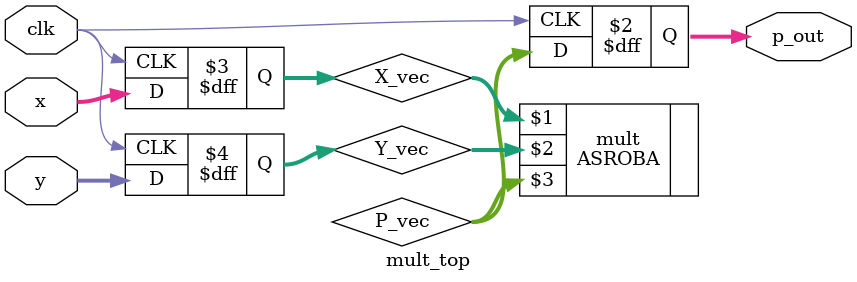
<source format=v>

`include "timescale.v"

module mult_top(
    // Clock and reset
    input clk,
    // Input X has a form x_i%d where %d denotes the bit number
    input  [15:0] x,
    // Input Y has a form y_i%d where %d denotes the bit number
    input  [15:0] y,
    // Output P has a form p_out%d where %d denotes the bit number
    output reg [31:0] p_out
    );

    
    // Now we have X_vec and Y_vec signal 
    // Then we do processing with these signals and store the 
    // intermidiate result in P_vec
    // For example purposes X_vec and Y_vec are concanated and stored in P_vec
    wire [31:0] P_vec;
    reg [15:0] X_vec;
    reg [15:0] Y_vec;
    
    ASROBA mult(X_vec,Y_vec,P_vec); 

 
    always @(posedge clk) 
    begin
        p_out = P_vec;
        X_vec = x;
        Y_vec = y;
    end

endmodule 


</source>
